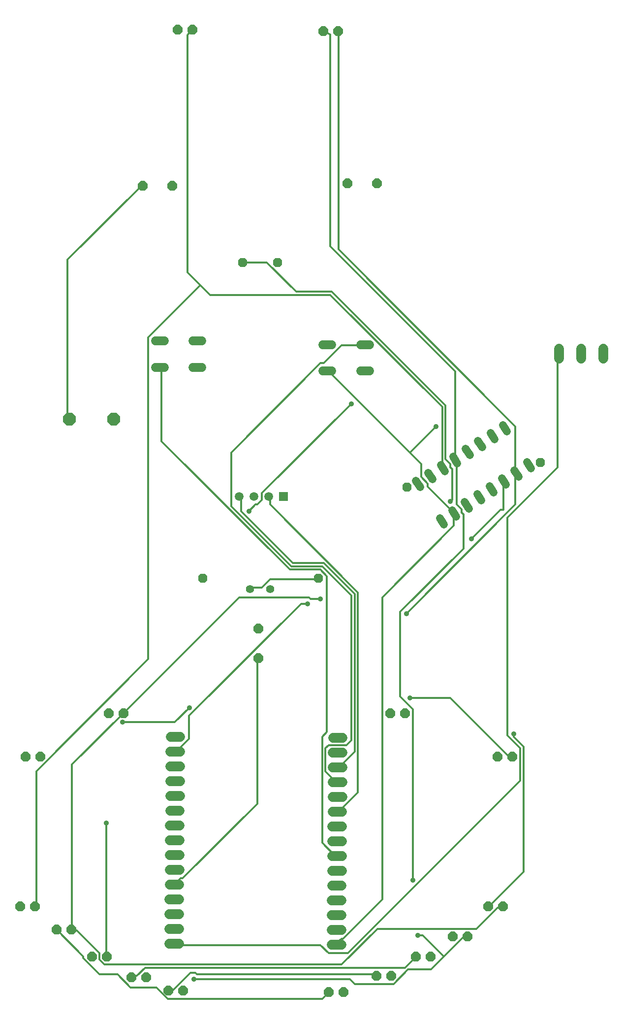
<source format=gbr>
G04 EAGLE Gerber RS-274X export*
G75*
%MOMM*%
%FSLAX34Y34*%
%LPD*%
%INBottom Copper*%
%IPPOS*%
%AMOC8*
5,1,8,0,0,1.08239X$1,22.5*%
G01*
%ADD10C,1.320800*%
%ADD11P,1.814519X8X22.500000*%
%ADD12P,1.814519X8X202.500000*%
%ADD13C,1.400000*%
%ADD14P,1.814519X8X112.500000*%
%ADD15C,1.524000*%
%ADD16C,1.676400*%
%ADD17R,1.508000X1.508000*%
%ADD18C,1.508000*%
%ADD19P,1.732040X8X22.500000*%
%ADD20P,2.336880X8X22.500000*%
%ADD21C,0.304800*%
%ADD22C,0.914400*%


D10*
X1054251Y1031130D02*
X1061387Y1020016D01*
X1040012Y1006294D02*
X1032877Y1017408D01*
X926005Y948798D02*
X933141Y937683D01*
X911766Y923961D02*
X904631Y935076D01*
X1011503Y1003686D02*
X1018638Y992571D01*
X997264Y978849D02*
X990128Y989964D01*
X947380Y962520D02*
X954515Y951405D01*
X975889Y965127D02*
X968754Y976242D01*
X945797Y870952D02*
X952933Y859838D01*
X974307Y873560D02*
X967172Y884674D01*
X988546Y898397D02*
X995681Y887282D01*
X1017056Y901004D02*
X1009920Y912119D01*
X1031295Y925841D02*
X1038430Y914726D01*
X1059804Y928448D02*
X1052669Y939563D01*
X1074043Y953285D02*
X1081179Y942170D01*
X1102553Y955892D02*
X1095418Y967007D01*
D11*
X415520Y81900D03*
X440920Y81900D03*
X495080Y1710540D03*
X520480Y1710540D03*
X836720Y84240D03*
X862120Y84240D03*
X375740Y535860D03*
X401140Y535860D03*
X233000Y460980D03*
X258400Y460980D03*
X967760Y152100D03*
X993160Y152100D03*
X754820Y56160D03*
X780220Y56160D03*
X904580Y117000D03*
X929980Y117000D03*
X223640Y203580D03*
X249040Y203580D03*
X286820Y163800D03*
X312220Y163800D03*
X1028600Y203580D03*
X1054000Y203580D03*
X860120Y535860D03*
X885520Y535860D03*
X1044980Y460980D03*
X1070380Y460980D03*
X347660Y117000D03*
X373060Y117000D03*
D12*
X770860Y1708200D03*
X745460Y1708200D03*
D11*
X478700Y58500D03*
X504100Y58500D03*
D13*
X619480Y748800D03*
X653480Y748800D03*
D14*
X633494Y630378D03*
X633494Y681178D03*
D11*
X786974Y1446548D03*
X837774Y1446548D03*
X434398Y1442590D03*
X485198Y1442590D03*
D15*
X744872Y1168794D02*
X760112Y1168794D01*
X760112Y1123582D02*
X744872Y1123582D01*
X809896Y1168794D02*
X825136Y1168794D01*
X825136Y1123582D02*
X809896Y1123582D01*
X536490Y1130114D02*
X521250Y1130114D01*
X521250Y1175326D02*
X536490Y1175326D01*
X471466Y1130114D02*
X456226Y1130114D01*
X456226Y1175326D02*
X471466Y1175326D01*
D16*
X482577Y495137D02*
X499340Y495020D01*
X499163Y469621D02*
X482400Y469738D01*
X482222Y444339D02*
X498986Y444222D01*
X498808Y418822D02*
X482045Y418939D01*
X481868Y393540D02*
X498631Y393423D01*
X498454Y368024D02*
X481690Y368141D01*
X481513Y342741D02*
X498277Y342624D01*
X498099Y317225D02*
X481336Y317342D01*
X481158Y291942D02*
X497922Y291825D01*
X497745Y266426D02*
X480981Y266543D01*
X480804Y241144D02*
X497567Y241027D01*
X497390Y215627D02*
X480626Y215744D01*
X480449Y190345D02*
X497213Y190228D01*
X497035Y164828D02*
X480272Y164945D01*
X480094Y139546D02*
X496858Y139429D01*
X759488Y137596D02*
X776251Y137479D01*
X776428Y162878D02*
X759665Y162995D01*
X759842Y188394D02*
X776606Y188277D01*
X776783Y213677D02*
X760020Y213794D01*
X760197Y239193D02*
X776960Y239076D01*
X777138Y264475D02*
X760374Y264592D01*
X760551Y289992D02*
X777315Y289875D01*
X777492Y315274D02*
X760729Y315391D01*
X760906Y340791D02*
X777670Y340674D01*
X777847Y366073D02*
X761083Y366190D01*
X761261Y391589D02*
X778024Y391472D01*
X778202Y416872D02*
X761438Y416989D01*
X761615Y442388D02*
X778379Y442271D01*
X778556Y467671D02*
X761793Y467788D01*
X761970Y493187D02*
X778734Y493070D01*
D17*
X677004Y908008D03*
D18*
X651604Y908008D03*
X626204Y908008D03*
X600804Y908008D03*
D19*
X666900Y1310400D03*
X606060Y1310400D03*
X538200Y767520D03*
X737100Y767520D03*
D16*
X1150620Y1145238D02*
X1150620Y1162002D01*
X1188720Y1162002D02*
X1188720Y1145238D01*
X1226820Y1145238D02*
X1226820Y1162002D01*
D19*
X1118520Y966420D03*
X889200Y924300D03*
D20*
X308220Y1041300D03*
X384420Y1041300D03*
D21*
X706882Y723646D02*
X718058Y723646D01*
X706882Y723646D02*
X514096Y530860D01*
X514096Y491744D01*
X491744Y469392D01*
X490781Y469680D01*
D22*
X718058Y723646D03*
D21*
X603504Y882904D02*
X603504Y905256D01*
X603504Y882904D02*
X692912Y793496D01*
X745998Y793496D01*
X799084Y740410D01*
X799084Y469392D01*
X771144Y441452D01*
X603504Y905256D02*
X600804Y908008D01*
X769997Y442330D02*
X771144Y441452D01*
X1064514Y461010D02*
X1070102Y461010D01*
X1064514Y461010D02*
X963930Y561594D01*
X894080Y561594D01*
X1070102Y461010D02*
X1070380Y460980D01*
D22*
X894080Y561594D03*
D21*
X972312Y972312D02*
X972312Y1123188D01*
X757174Y1338326D01*
X757174Y1701972D01*
X972312Y972312D02*
X972322Y970685D01*
X757174Y1701972D02*
X745460Y1708200D01*
X371602Y346456D02*
X371602Y117348D01*
X373060Y117000D01*
X986282Y150876D02*
X991870Y150876D01*
X952754Y117348D02*
X930402Y94996D01*
X952754Y117348D02*
X986282Y150876D01*
X930402Y94996D02*
X891286Y94996D01*
X866140Y69850D01*
X799084Y69850D01*
X790702Y78232D01*
X522478Y78232D01*
X991870Y150876D02*
X993160Y152100D01*
X975106Y894080D02*
X975106Y969518D01*
X975106Y894080D02*
X983488Y885698D01*
X983488Y880110D01*
X986282Y877316D01*
X986282Y818642D01*
X877316Y709676D01*
X877316Y564388D01*
X899668Y542036D01*
X899668Y248666D01*
X908050Y153670D02*
X916432Y153670D01*
X952754Y117348D01*
X975106Y969518D02*
X972322Y970685D01*
D22*
X371602Y346456D03*
X522478Y78232D03*
X899668Y248666D03*
X908050Y153670D03*
D21*
X949960Y958342D02*
X949960Y1061720D01*
X757174Y1254506D01*
X550418Y1254506D01*
X533654Y1271270D02*
X511302Y1293622D01*
X533654Y1271270D02*
X550418Y1254506D01*
X511302Y1293622D02*
X511302Y1701546D01*
X517798Y1708042D01*
X949960Y958342D02*
X950947Y956962D01*
X517798Y1708042D02*
X520480Y1710540D01*
X251460Y435864D02*
X251460Y203962D01*
X251460Y435864D02*
X444246Y628650D01*
X444246Y1181862D01*
X533654Y1271270D01*
X251460Y203962D02*
X249040Y203580D01*
X723646Y732028D02*
X740410Y732028D01*
X723646Y732028D02*
X720852Y734822D01*
X600710Y734822D01*
X402336Y536448D01*
X401140Y535860D01*
X312928Y447040D02*
X312928Y164846D01*
X312928Y447040D02*
X399542Y533654D01*
X312928Y164846D02*
X312220Y163800D01*
X399542Y533654D02*
X401140Y535860D01*
X1044956Y201168D02*
X1053338Y201168D01*
X1044956Y201168D02*
X1008634Y164846D01*
X838200Y164846D01*
X776732Y103378D01*
X368808Y103378D01*
X360426Y111760D01*
X360426Y122936D01*
X321310Y162052D01*
X312928Y162052D01*
X1053338Y201168D02*
X1054000Y203580D01*
X312928Y162052D02*
X312220Y163800D01*
D22*
X740410Y732028D03*
D21*
X287782Y162052D02*
X332486Y117348D01*
X332486Y114554D01*
X360426Y86614D01*
X391160Y86614D01*
X413512Y64262D01*
X458216Y64262D01*
X477774Y44704D01*
X743204Y44704D01*
X287782Y162052D02*
X286820Y163800D01*
X754820Y56160D02*
X754739Y55253D01*
X743204Y44704D01*
X424688Y83820D02*
X416306Y83820D01*
X424688Y83820D02*
X438658Y97790D01*
X885698Y97790D01*
X902462Y114554D01*
X416306Y83820D02*
X415520Y81900D01*
X902462Y114554D02*
X904580Y117000D01*
X1072896Y494538D02*
X1072896Y500126D01*
X1072896Y494538D02*
X1089660Y477774D01*
X1089660Y262636D01*
X1030986Y203962D01*
X1028600Y203580D01*
D22*
X1072896Y500126D03*
D21*
X835406Y86614D02*
X528066Y86614D01*
X525272Y89408D01*
X516890Y89408D01*
X486469Y58987D01*
X835406Y86614D02*
X836720Y84240D01*
X486469Y58987D02*
X478700Y58500D01*
X1075690Y894080D02*
X1075690Y947166D01*
X1075690Y894080D02*
X888492Y706882D01*
X1075690Y947166D02*
X1077611Y947728D01*
X771144Y1332738D02*
X771144Y1708183D01*
X771144Y1332738D02*
X1075690Y1028192D01*
X1075690Y949960D01*
X771144Y1708183D02*
X770860Y1708200D01*
X1075690Y949960D02*
X1077611Y947728D01*
D22*
X888492Y706882D03*
D21*
X969518Y880110D02*
X924814Y924814D01*
X924814Y930402D01*
X913638Y941578D01*
X913638Y963930D01*
X894080Y983488D02*
X754380Y1123188D01*
X894080Y983488D02*
X913638Y963930D01*
X754380Y1123188D02*
X752492Y1123582D01*
X776732Y148082D02*
X768350Y139700D01*
X776732Y148082D02*
X779526Y148082D01*
X846582Y215138D01*
X846582Y734822D01*
X969518Y857758D01*
X969518Y875000D02*
X969518Y877316D01*
X969518Y875000D02*
X969518Y857758D01*
X768350Y139700D02*
X767869Y137537D01*
X894080Y983488D02*
X938784Y1028192D01*
D22*
X938784Y1028192D03*
D21*
X970000Y880000D02*
X970739Y879117D01*
X970000Y880000D02*
X969518Y880110D01*
X970739Y879117D02*
X970000Y875000D01*
X969518Y875000D01*
X639826Y751586D02*
X620581Y751586D01*
X639826Y751586D02*
X653796Y765556D01*
X734822Y765556D01*
X620581Y751586D02*
X619480Y748800D01*
X734822Y765556D02*
X737100Y767520D01*
X305000Y1315000D02*
X430000Y1440000D01*
X305000Y1315000D02*
X305000Y1045000D01*
X430000Y1440000D02*
X434398Y1442590D01*
X305000Y1045000D02*
X308220Y1041300D01*
X466598Y1003046D02*
X466598Y1128776D01*
X466598Y1003046D02*
X687324Y782320D01*
X740410Y782320D01*
X751586Y771144D01*
X751586Y502920D01*
X743204Y494538D01*
X743204Y312928D01*
X768350Y287782D01*
X466598Y1128776D02*
X463846Y1130114D01*
X768933Y289933D02*
X768350Y287782D01*
X740410Y136906D02*
X488950Y136906D01*
X740410Y136906D02*
X754380Y122936D01*
X787908Y122936D01*
X1084072Y419100D01*
X1084072Y474980D01*
X1061720Y497332D01*
X1061720Y871728D01*
X1148334Y958342D01*
X1148334Y1151128D01*
X488476Y139488D02*
X488950Y136906D01*
X1148334Y1151128D02*
X1150620Y1153620D01*
X815848Y1167892D02*
X776732Y1167892D01*
X745998Y1137158D01*
X740410Y1137158D01*
X586740Y983488D01*
X586740Y891286D01*
X690118Y787908D01*
X743204Y787908D01*
X793496Y737616D01*
X793496Y488950D01*
X785114Y480568D01*
X754380Y480568D01*
X748792Y474980D01*
X748792Y435864D01*
X768350Y416306D01*
X815848Y1167892D02*
X817516Y1168794D01*
X769820Y416930D02*
X768350Y416306D01*
X617474Y882904D02*
X628650Y894080D01*
X631444Y894080D01*
X639826Y902462D01*
X639826Y913638D01*
X793496Y1067308D01*
D22*
X617474Y882904D03*
X793496Y1067308D03*
D21*
X653796Y905256D02*
X653796Y894080D01*
X804672Y743204D01*
X804672Y399542D01*
X771144Y366014D01*
X653796Y905256D02*
X651604Y908008D01*
X769465Y366131D02*
X771144Y366014D01*
X648208Y1310386D02*
X606298Y1310386D01*
X648208Y1310386D02*
X698500Y1260094D01*
X759968Y1260094D01*
X955548Y1064514D01*
X955548Y972312D01*
X963930Y963930D01*
X963930Y958342D01*
X966724Y955548D01*
X966724Y902462D01*
X963930Y899668D01*
X606298Y1310386D02*
X606060Y1310400D01*
D22*
X963930Y899668D03*
D21*
X500126Y251460D02*
X491744Y243078D01*
X500126Y251460D02*
X502920Y251460D01*
X631444Y379984D01*
X631444Y628650D01*
X491744Y243078D02*
X489185Y241085D01*
X631444Y628650D02*
X633494Y630378D01*
X1055000Y885000D02*
X1055000Y930000D01*
X1055000Y885000D02*
X1050000Y885000D01*
X1000000Y835000D01*
X1055000Y930000D02*
X1056237Y934006D01*
D22*
X1000000Y835000D03*
D21*
X515000Y545000D02*
X490000Y520000D01*
X400000Y520000D01*
D22*
X515000Y545000D03*
X400000Y520000D03*
M02*

</source>
